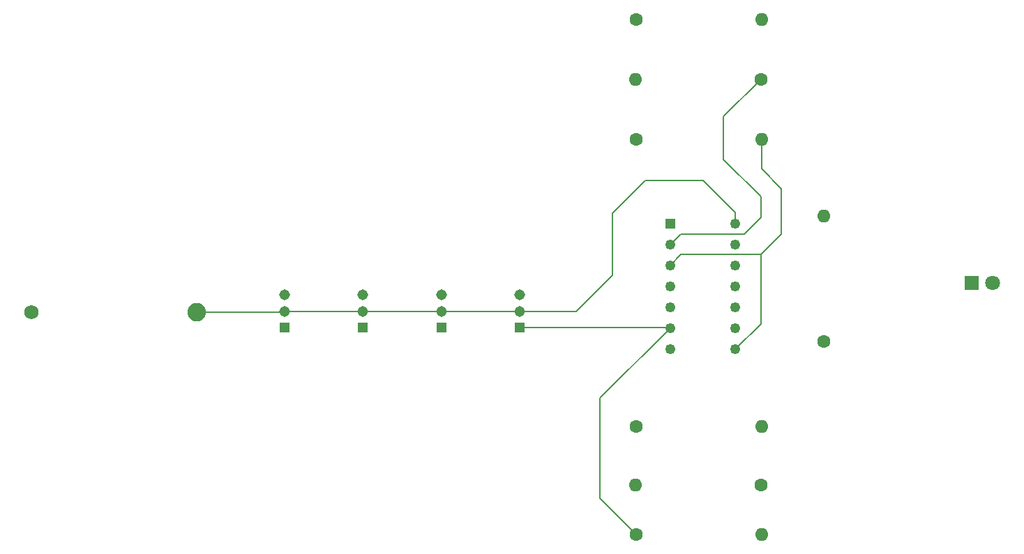
<source format=gbr>
%TF.GenerationSoftware,KiCad,Pcbnew,8.0.2*%
%TF.CreationDate,2024-05-23T15:12:35+02:00*%
%TF.ProjectId,gatemania_and,67617465-6d61-46e6-9961-5f616e642e6b,1.0*%
%TF.SameCoordinates,Original*%
%TF.FileFunction,Copper,L2,Bot*%
%TF.FilePolarity,Positive*%
%FSLAX46Y46*%
G04 Gerber Fmt 4.6, Leading zero omitted, Abs format (unit mm)*
G04 Created by KiCad (PCBNEW 8.0.2) date 2024-05-23 15:12:35*
%MOMM*%
%LPD*%
G01*
G04 APERTURE LIST*
%TA.AperFunction,ComponentPad*%
%ADD10C,1.600000*%
%TD*%
%TA.AperFunction,ComponentPad*%
%ADD11O,1.600000X1.600000*%
%TD*%
%TA.AperFunction,ComponentPad*%
%ADD12R,1.248000X1.248000*%
%TD*%
%TA.AperFunction,ComponentPad*%
%ADD13C,1.248000*%
%TD*%
%TA.AperFunction,ComponentPad*%
%ADD14R,1.308000X1.308000*%
%TD*%
%TA.AperFunction,ComponentPad*%
%ADD15C,1.308000*%
%TD*%
%TA.AperFunction,ComponentPad*%
%ADD16R,1.800000X1.800000*%
%TD*%
%TA.AperFunction,ComponentPad*%
%ADD17C,1.800000*%
%TD*%
%TA.AperFunction,ComponentPad*%
%ADD18C,2.250000*%
%TD*%
%TA.AperFunction,ComponentPad*%
%ADD19C,1.755000*%
%TD*%
%TA.AperFunction,Conductor*%
%ADD20C,0.200000*%
%TD*%
G04 APERTURE END LIST*
D10*
%TO.P,R7,1*%
%TO.N,/LED*%
X175630000Y-105620000D03*
D11*
%TO.P,R7,2*%
%TO.N,Net-(D1-A)*%
X175630000Y-90380000D03*
%TD*%
D12*
%TO.P,U1,1,A*%
%TO.N,/SW1*%
X156992500Y-91260000D03*
D13*
%TO.P,U1,2,B*%
%TO.N,/SW2*%
X156992500Y-93800000D03*
%TO.P,U1,3,J=A.B*%
%TO.N,/SW1&SW2*%
X156992500Y-96340000D03*
%TO.P,U1,4,K=C.D*%
%TO.N,/SW3&SW4*%
X156992500Y-98880000D03*
%TO.P,U1,5,C*%
%TO.N,/SW3*%
X156992500Y-101420000D03*
%TO.P,U1,6,D*%
%TO.N,/SW4*%
X156992500Y-103960000D03*
%TO.P,U1,7,GND*%
%TO.N,GND*%
X156992500Y-106500000D03*
%TO.P,U1,8,E*%
%TO.N,/SW1&SW2*%
X164932500Y-106500000D03*
%TO.P,U1,9,F*%
%TO.N,/SW3&SW4*%
X164932500Y-103960000D03*
%TO.P,U1,10,L=E.F*%
%TO.N,/LED*%
X164932500Y-101420000D03*
%TO.P,U1,11,M=G.H*%
%TO.N,unconnected-(U1-M=G.H-Pad11)*%
X164932500Y-98880000D03*
%TO.P,U1,12,G*%
%TO.N,unconnected-(U1-G-Pad12)*%
X164932500Y-96340000D03*
%TO.P,U1,13,H*%
%TO.N,unconnected-(U1-H-Pad13)*%
X164932500Y-93800000D03*
%TO.P,U1,14,VDD*%
%TO.N,+3.3V*%
X164932500Y-91260000D03*
%TD*%
D14*
%TO.P,S4,1,1*%
%TO.N,/SW4*%
X138750000Y-103900000D03*
D15*
%TO.P,S4,2,2*%
%TO.N,+3.3V*%
X138750000Y-101900000D03*
%TO.P,S4,3,3*%
%TO.N,unconnected-(S4-Pad3)*%
X138750000Y-99900000D03*
%TD*%
D14*
%TO.P,S1,1,1*%
%TO.N,/SW1*%
X110200000Y-103900000D03*
D15*
%TO.P,S1,2,2*%
%TO.N,+3.3V*%
X110200000Y-101900000D03*
%TO.P,S1,3,3*%
%TO.N,unconnected-(S1-Pad3)*%
X110200000Y-99900000D03*
%TD*%
D14*
%TO.P,S3,1,1*%
%TO.N,/SW3*%
X129233332Y-103900000D03*
D15*
%TO.P,S3,2,2*%
%TO.N,+3.3V*%
X129233332Y-101900000D03*
%TO.P,S3,3,3*%
%TO.N,unconnected-(S3-Pad3)*%
X129233332Y-99900000D03*
%TD*%
D10*
%TO.P,R4,1*%
%TO.N,/SW3&SW4*%
X152880000Y-115900000D03*
D11*
%TO.P,R4,2*%
%TO.N,GND*%
X168120000Y-115900000D03*
%TD*%
D16*
%TO.P,D1,1,K*%
%TO.N,GND*%
X193590000Y-98500000D03*
D17*
%TO.P,D1,2,A*%
%TO.N,Net-(D1-A)*%
X196130000Y-98500000D03*
%TD*%
D10*
%TO.P,R3,1*%
%TO.N,GND*%
X152880000Y-81000000D03*
D11*
%TO.P,R3,2*%
%TO.N,/SW1&SW2*%
X168120000Y-81000000D03*
%TD*%
D10*
%TO.P,R1,1*%
%TO.N,GND*%
X152880000Y-66500000D03*
D11*
%TO.P,R1,2*%
%TO.N,/SW1*%
X168120000Y-66500000D03*
%TD*%
D10*
%TO.P,R5,1*%
%TO.N,GND*%
X168000000Y-123000000D03*
D11*
%TO.P,R5,2*%
%TO.N,/SW3*%
X152760000Y-123000000D03*
%TD*%
D10*
%TO.P,R2,1*%
%TO.N,/SW2*%
X168000000Y-73750000D03*
D11*
%TO.P,R2,2*%
%TO.N,GND*%
X152760000Y-73750000D03*
%TD*%
D10*
%TO.P,R6,1*%
%TO.N,/SW4*%
X152880000Y-129000000D03*
D11*
%TO.P,R6,2*%
%TO.N,GND*%
X168120000Y-129000000D03*
%TD*%
D18*
%TO.P,BT1,+*%
%TO.N,+3.3V*%
X99500000Y-102000000D03*
D19*
%TO.P,BT1,-*%
%TO.N,GND*%
X79500000Y-102000000D03*
%TD*%
D14*
%TO.P,S2,1,1*%
%TO.N,/SW2*%
X119716666Y-103900000D03*
D15*
%TO.P,S2,2,2*%
%TO.N,+3.3V*%
X119716666Y-101900000D03*
%TO.P,S2,3,3*%
%TO.N,unconnected-(S2-Pad3)*%
X119716666Y-99900000D03*
%TD*%
D20*
%TO.N,+3.3V*%
X109500000Y-102000000D02*
X99500000Y-102000000D01*
X129233332Y-101900000D02*
X119716666Y-101900000D01*
X129233332Y-101900000D02*
X138750000Y-101900000D01*
X161000000Y-86000000D02*
X164932500Y-89932500D01*
X145600000Y-101900000D02*
X150000000Y-97500000D01*
X150000000Y-90000000D02*
X154000000Y-86000000D01*
X138750000Y-101900000D02*
X145600000Y-101900000D01*
X109600000Y-101900000D02*
X109500000Y-102000000D01*
X119716666Y-101900000D02*
X110200000Y-101900000D01*
X154000000Y-86000000D02*
X161000000Y-86000000D01*
X110200000Y-101900000D02*
X109600000Y-101900000D01*
X150000000Y-97500000D02*
X150000000Y-90000000D01*
X164932500Y-89932500D02*
X164932500Y-91260000D01*
%TO.N,/SW2*%
X163500000Y-78250000D02*
X168000000Y-73750000D01*
X156992500Y-93800000D02*
X158292500Y-92500000D01*
X158292500Y-92500000D02*
X166000000Y-92500000D01*
X168000000Y-90500000D02*
X168000000Y-88000000D01*
X166000000Y-92500000D02*
X168000000Y-90500000D01*
X163500000Y-83500000D02*
X163500000Y-78250000D01*
X168000000Y-88000000D02*
X163500000Y-83500000D01*
%TO.N,/SW1&SW2*%
X168120000Y-81000000D02*
X168120000Y-84620000D01*
X170500000Y-92500000D02*
X168000000Y-95000000D01*
X168000000Y-103432500D02*
X168000000Y-95000000D01*
X158332500Y-95000000D02*
X156992500Y-96340000D01*
X170500000Y-87000000D02*
X170500000Y-92500000D01*
X164932500Y-106500000D02*
X168000000Y-103432500D01*
X168120000Y-84620000D02*
X170500000Y-87000000D01*
X168000000Y-95000000D02*
X158332500Y-95000000D01*
%TO.N,/SW4*%
X152880000Y-129000000D02*
X148500000Y-124620000D01*
X156932500Y-103900000D02*
X156992500Y-103960000D01*
X148500000Y-112452500D02*
X156992500Y-103960000D01*
X148500000Y-124620000D02*
X148500000Y-112452500D01*
X138750000Y-103900000D02*
X156932500Y-103900000D01*
%TD*%
M02*

</source>
